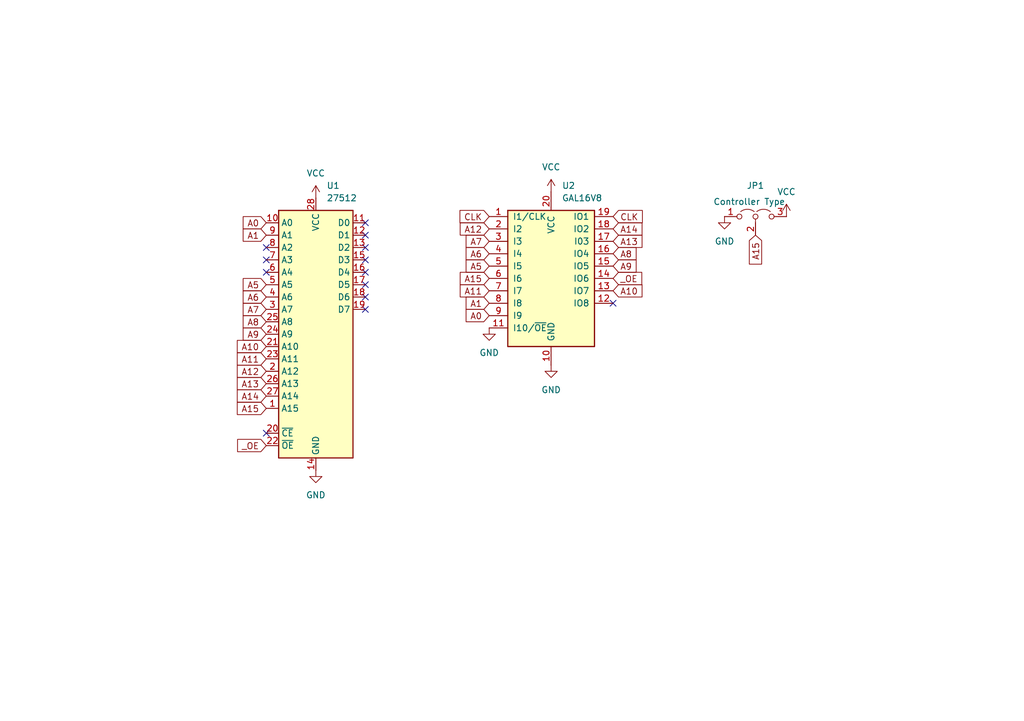
<source format=kicad_sch>
(kicad_sch (version 20231120) (generator "eeschema") (generator_version "8.0")
  (paper "A5")
  (title_block (title "Project Laoshi - 老師") (date "2024-05-19") (rev "3") (comment 1 "Recovering the teachings of an old teacher.") (comment 2 "Please use wisely."))
  (lib_symbols
    (symbol "Jumper:Jumper_3_Open" (pin_names (offset 0) hide) (exclude_from_sim yes) (in_bom no)
      (property "Reference" "JP" (at -2.54 -2.54 0))
      (property "Value" "Jumper_3_Open" (at 0 2.794 0))
      (symbol "Jumper_3_Open_0_0"
        (circle (center -3.302 0) (radius 0.508))
        (circle (center 0 0) (radius 0.508))
        (circle (center 3.302 0) (radius 0.508))
      )
      (symbol "Jumper_3_Open_0_1"
        (arc (start -0.254 1.016) (mid -1.651 1.4992) (end -3.048 1.016))
        (polyline (pts (xy 0 -0.508) (xy 0 -1.27)))
        (arc (start 3.048 1.016) (mid 1.651 1.4992) (end 0.254 1.016))
      )
      (symbol "Jumper_3_Open_1_1"
        (pin passive line (at -6.35 0 0) (length 2.54) (name "A") (number "1"))
        (pin passive line (at 0 -3.81 90) (length 2.54) (name "C") (number "2"))
        (pin passive line (at 6.35 0 180) (length 2.54) (name "B") (number "3"))
      )
    )
    (symbol "Logic_Programmable:GAL16V8" (pin_names (offset 1.016))
      (property "Reference" "U" (at -8.89 16.51 0))
      (property "Value" "GAL16V8" (at 1.27 16.51 0))
      (symbol "GAL16V8_0_0"
        (pin power_in line (at 0 -17.78 90) (length 3.81) (name "GND") (number "10"))
        (pin power_in line (at 0 17.78 270) (length 3.81) (name "VCC") (number "20"))
      )
      (symbol "GAL16V8_0_1"
        (rectangle (start -8.89 13.97) (end 8.89 -13.97) (stroke (width 0.254)) (fill (type background)))
      )
      (symbol "GAL16V8_1_1"
        (pin input line (at -12.7 12.7 0) (length 3.81) (name "I1/CLK") (number "1"))
        (pin input line (at -12.7 -10.16 0) (length 3.81) (name "I10/~{OE}") (number "11"))
        (pin tri_state line (at 12.7 -5.08 180) (length 3.81) (name "IO8") (number "12"))
        (pin tri_state line (at 12.7 -2.54 180) (length 3.81) (name "IO7") (number "13"))
        (pin tri_state line (at 12.7 0 180) (length 3.81) (name "IO6") (number "14"))
        (pin tri_state line (at 12.7 2.54 180) (length 3.81) (name "IO5") (number "15"))
        (pin tri_state line (at 12.7 5.08 180) (length 3.81) (name "IO4") (number "16"))
        (pin tri_state line (at 12.7 7.62 180) (length 3.81) (name "I03") (number "17"))
        (pin tri_state line (at 12.7 10.16 180) (length 3.81) (name "IO2") (number "18"))
        (pin tri_state line (at 12.7 12.7 180) (length 3.81) (name "IO1") (number "19"))
        (pin input line (at -12.7 10.16 0) (length 3.81) (name "I2") (number "2"))
        (pin input line (at -12.7 7.62 0) (length 3.81) (name "I3") (number "3"))
        (pin input line (at -12.7 5.08 0) (length 3.81) (name "I4") (number "4"))
        (pin input line (at -12.7 2.54 0) (length 3.81) (name "I5") (number "5"))
        (pin input line (at -12.7 0 0) (length 3.81) (name "I6") (number "6"))
        (pin input line (at -12.7 -2.54 0) (length 3.81) (name "I7") (number "7"))
        (pin input line (at -12.7 -5.08 0) (length 3.81) (name "I8") (number "8"))
        (pin input line (at -12.7 -7.62 0) (length 3.81) (name "I9") (number "9"))
      )
    )
    (symbol "Memory_EPROM:27512"
      (property "Reference" "U" (at -7.62 26.67 0))
      (property "Value" "27512" (at 2.54 -26.67 0))
      (symbol "27512_1_1"
        (rectangle (start -7.62 25.4) (end 7.62 -25.4) (stroke (width 0.254)) (fill (type background)))
        (pin input line (at -10.16 -15.24 0) (length 2.54) (name "A15") (number "1"))
        (pin input line (at -10.16 22.86 0) (length 2.54) (name "A0") (number "10"))
        (pin tri_state line (at 10.16 22.86 180) (length 2.54) (name "D0") (number "11"))
        (pin tri_state line (at 10.16 20.32 180) (length 2.54) (name "D1") (number "12"))
        (pin tri_state line (at 10.16 17.78 180) (length 2.54) (name "D2") (number "13"))
        (pin power_in line (at 0 -27.94 90) (length 2.54) (name "GND") (number "14"))
        (pin tri_state line (at 10.16 15.24 180) (length 2.54) (name "D3") (number "15"))
        (pin tri_state line (at 10.16 12.7 180) (length 2.54) (name "D4") (number "16"))
        (pin tri_state line (at 10.16 10.16 180) (length 2.54) (name "D5") (number "17"))
        (pin tri_state line (at 10.16 7.62 180) (length 2.54) (name "D6") (number "18"))
        (pin tri_state line (at 10.16 5.08 180) (length 2.54) (name "D7") (number "19"))
        (pin input line (at -10.16 -7.62 0) (length 2.54) (name "A12") (number "2"))
        (pin input line (at -10.16 -20.32 0) (length 2.54) (name "~{CE}") (number "20"))
        (pin input line (at -10.16 -2.54 0) (length 2.54) (name "A10") (number "21"))
        (pin input line (at -10.16 -22.86 0) (length 2.54) (name "~{OE}") (number "22"))
        (pin input line (at -10.16 -5.08 0) (length 2.54) (name "A11") (number "23"))
        (pin input line (at -10.16 0 0) (length 2.54) (name "A9") (number "24"))
        (pin input line (at -10.16 2.54 0) (length 2.54) (name "A8") (number "25"))
        (pin input line (at -10.16 -10.16 0) (length 2.54) (name "A13") (number "26"))
        (pin input line (at -10.16 -12.7 0) (length 2.54) (name "A14") (number "27"))
        (pin power_in line (at 0 27.94 270) (length 2.54) (name "VCC") (number "28"))
        (pin input line (at -10.16 5.08 0) (length 2.54) (name "A7") (number "3"))
        (pin input line (at -10.16 7.62 0) (length 2.54) (name "A6") (number "4"))
        (pin input line (at -10.16 10.16 0) (length 2.54) (name "A5") (number "5"))
        (pin input line (at -10.16 12.7 0) (length 2.54) (name "A4") (number "6"))
        (pin input line (at -10.16 15.24 0) (length 2.54) (name "A3") (number "7"))
        (pin input line (at -10.16 17.78 0) (length 2.54) (name "A2") (number "8"))
        (pin input line (at -10.16 20.32 0) (length 2.54) (name "A1") (number "9"))
      )
    )
    (symbol "power:GND" (power) (pin_numbers hide) (pin_names (offset 0) hide)
      (property "Value" "GND" (at 0 -3.81 0))
      (symbol "GND_0_1"
        (polyline (pts (xy 0 0) (xy 0 -1.27) (xy 1.27 -1.27) (xy 0 -2.54) (xy -1.27 -1.27) (xy 0 -1.27)))
      )
      (symbol "GND_1_1"
        (pin power_in line (at 0 0 270) (length 0) (name "~") (number "1"))
      )
    )
    (symbol "power:VCC" (power) (pin_numbers hide) (pin_names (offset 0) hide)
      (property "Value" "VCC" (at 0 3.556 0))
      (symbol "VCC_0_1"
        (polyline (pts (xy -0.762 1.27) (xy 0 2.54)))
        (polyline (pts (xy 0 0) (xy 0 2.54)))
        (polyline (pts (xy 0 2.54) (xy 0.762 1.27)))
      )
      (symbol "VCC_1_1"
        (pin power_in line (at 0 0 90) (length 0) (name "~") (number "1"))
      )
    )
  )
  (no_connect (at 54.61 88.9))
  (no_connect (at 54.61 55.88))
  (no_connect (at 125.73 62.23))
  (no_connect (at 74.93 60.96))
  (no_connect (at 74.93 45.72))
  (no_connect (at 74.93 48.26))
  (no_connect (at 74.93 53.34))
  (no_connect (at 74.93 50.8))
  (no_connect (at 74.93 63.5))
  (no_connect (at 74.93 55.88))
  (no_connect (at 54.61 53.34))
  (no_connect (at 74.93 58.42))
  (no_connect (at 54.61 50.8))
  (global_label "A8" (shape input) (at 125.73 52.07 0) (property "Intersheetrefs" "${INTERSHEET_REFS}" (effects (hide yes))))
  (global_label "A15" (shape input) (at 154.94 48.26 270) (property "Intersheetrefs" "${INTERSHEET_REFS}" (effects (hide yes))))
  (global_label "A8" (shape input) (at 54.61 66.04 180) (property "Intersheetrefs" "${INTERSHEET_REFS}" (effects (hide yes))))
  (global_label "A11" (shape input) (at 54.61 73.66 180) (property "Intersheetrefs" "${INTERSHEET_REFS}" (effects (hide yes))))
  (global_label "A13" (shape input) (at 125.73 49.53 0) (property "Intersheetrefs" "${INTERSHEET_REFS}" (effects (hide yes))))
  (global_label "A9" (shape input) (at 125.73 54.61 0) (property "Intersheetrefs" "${INTERSHEET_REFS}" (effects (hide yes))))
  (global_label "A0" (shape input) (at 54.61 45.72 180) (property "Intersheetrefs" "${INTERSHEET_REFS}" (effects (hide yes))))
  (global_label "A10" (shape input) (at 54.61 71.12 180) (property "Intersheetrefs" "${INTERSHEET_REFS}" (effects (hide yes))))
  (global_label "A1" (shape input) (at 100.33 62.23 180) (property "Intersheetrefs" "${INTERSHEET_REFS}" (effects (hide yes))))
  (global_label "A6" (shape input) (at 54.61 60.96 180) (property "Intersheetrefs" "${INTERSHEET_REFS}" (effects (hide yes))))
  (global_label "A15" (shape input) (at 100.33 57.15 180) (property "Intersheetrefs" "${INTERSHEET_REFS}" (effects (hide yes))))
  (global_label "A10" (shape input) (at 125.73 59.69 0) (property "Intersheetrefs" "${INTERSHEET_REFS}" (effects (hide yes))))
  (global_label "_OE" (shape input) (at 125.73 57.15 0) (property "Intersheetrefs" "${INTERSHEET_REFS}" (effects (hide yes))))
  (global_label "A14" (shape input) (at 54.61 81.28 180) (property "Intersheetrefs" "${INTERSHEET_REFS}" (effects (hide yes))))
  (global_label "A0" (shape input) (at 100.33 64.77 180) (property "Intersheetrefs" "${INTERSHEET_REFS}" (effects (hide yes))))
  (global_label "A15" (shape input) (at 54.61 83.82 180) (property "Intersheetrefs" "${INTERSHEET_REFS}" (effects (hide yes))))
  (global_label "A6" (shape input) (at 100.33 52.07 180) (property "Intersheetrefs" "${INTERSHEET_REFS}" (effects (hide yes))))
  (global_label "A5" (shape input) (at 100.33 54.61 180) (property "Intersheetrefs" "${INTERSHEET_REFS}" (effects (hide yes))))
  (global_label "A12" (shape input) (at 54.61 76.2 180) (property "Intersheetrefs" "${INTERSHEET_REFS}" (effects (hide yes))))
  (global_label "CLK" (shape input) (at 125.73 44.45 0) (property "Intersheetrefs" "${INTERSHEET_REFS}" (effects (hide yes))))
  (global_label "A7" (shape input) (at 100.33 49.53 180) (property "Intersheetrefs" "${INTERSHEET_REFS}" (effects (hide yes))))
  (global_label "A9" (shape input) (at 54.61 68.58 180) (property "Intersheetrefs" "${INTERSHEET_REFS}" (effects (hide yes))))
  (global_label "A11" (shape input) (at 100.33 59.69 180) (property "Intersheetrefs" "${INTERSHEET_REFS}" (effects (hide yes))))
  (global_label "A13" (shape input) (at 54.61 78.74 180) (property "Intersheetrefs" "${INTERSHEET_REFS}" (effects (hide yes))))
  (global_label "A7" (shape input) (at 54.61 63.5 180) (property "Intersheetrefs" "${INTERSHEET_REFS}" (effects (hide yes))))
  (global_label "_OE" (shape input) (at 54.61 91.44 180) (property "Intersheetrefs" "${INTERSHEET_REFS}" (effects (hide yes))))
  (global_label "CLK" (shape input) (at 100.33 44.45 180) (property "Intersheetrefs" "${INTERSHEET_REFS}" (effects (hide yes))))
  (global_label "A12" (shape input) (at 100.33 46.99 180) (property "Intersheetrefs" "${INTERSHEET_REFS}" (effects (hide yes))))
  (global_label "A1" (shape input) (at 54.61 48.26 180) (property "Intersheetrefs" "${INTERSHEET_REFS}" (effects (hide yes))))
  (global_label "A14" (shape input) (at 125.73 46.99 0) (property "Intersheetrefs" "${INTERSHEET_REFS}" (effects (hide yes))))
  (global_label "A5" (shape input) (at 54.61 58.42 180) (property "Intersheetrefs" "${INTERSHEET_REFS}" (effects (hide yes))))
  (symbol (lib_id "power:VCC") (at 113.03 39.37 0) (unit 1)
    (property "Reference" "#PWR05" (effects (hide yes)))
    (property "Value" "VCC" (at 113.03 34.29 0))
    (property "Description" "Power symbol creates a global label with name \"VCC\"" (effects (hide yes)))
  )
  (symbol (lib_id "power:VCC") (at 64.77 40.64 0) (unit 1)
    (property "Reference" "#PWR04" (effects (hide yes)))
    (property "Value" "VCC" (at 64.77 35.56 0))
    (property "Description" "Power symbol creates a global label with name \"VCC\"" (effects (hide yes)))
  )
  (symbol (lib_id "Jumper:Jumper_3_Open") (at 154.94 44.45 0) (unit 1) (exclude_from_sim yes) (in_bom no)
    (property "Reference" "JP1" (at 154.94 38.1 0))
    (property "Value" "Controller Type" (at 153.67 41.402 0))
    (property "Footprint" "Jumper:SolderJumper-3_P2.0mm_Open_TrianglePad1.0x1.5mm_NumberLabels" (effects (hide yes)))
    (property "Description" "Jumper, 3-pole, both open" (effects (hide yes)))
  )
  (symbol (lib_id "power:GND") (at 100.33 67.31 0) (unit 1)
    (property "Reference" "#PWR03" (effects (hide yes)))
    (property "Value" "GND" (at 100.33 72.39 0))
    (property "Description" "Power symbol creates a global label with name \"GND\" , ground" (effects (hide yes)))
  )
  (symbol (lib_id "Logic_Programmable:GAL16V8") (at 113.03 57.15 0) (unit 1)
    (property "Reference" "U2" (at 115.2241 38.1 0) (effects (justify left)))
    (property "Value" "GAL16V8" (at 115.2241 40.64 0) (effects (justify left)))
    (property "Footprint" "Package_SO:TSSOP-20_4.4x6.5mm_P0.65mm" (effects (hide yes)))
    (property "Description" "Programmable Logic Array, DIP-20/SOIC-20/PLCC-20" (effects (hide yes)))
  )
  (symbol (lib_id "power:GND") (at 148.59 44.45 0) (unit 1)
    (property "Reference" "#PWR07" (effects (hide yes)))
    (property "Value" "GND" (at 148.59 49.53 0))
    (property "Description" "Power symbol creates a global label with name \"GND\" , ground" (effects (hide yes)))
  )
  (symbol (lib_id "power:GND") (at 113.03 74.93 0) (unit 1)
    (property "Reference" "#PWR02" (effects (hide yes)))
    (property "Value" "GND" (at 113.03 80.01 0))
    (property "Description" "Power symbol creates a global label with name \"GND\" , ground" (effects (hide yes)))
  )
  (symbol (lib_id "power:VCC") (at 161.29 44.45 0) (unit 1)
    (property "Reference" "#PWR06" (effects (hide yes)))
    (property "Value" "VCC" (at 161.29 39.37 0))
    (property "Description" "Power symbol creates a global label with name \"VCC\"" (effects (hide yes)))
  )
  (symbol (lib_id "Memory_EPROM:27512") (at 64.77 68.58 0) (unit 1)
    (property "Reference" "U1" (at 66.9641 38.1 0) (effects (justify left)))
    (property "Value" "27512" (at 66.9641 40.64 0) (effects (justify left)))
    (property "Footprint" "laoshi:DIP-28_W15.24mm" (effects (hide yes)))
    (property "Datasheet" "http://pdf.datasheetcatalog.com/datasheets/120/227190_DS.pdf" (effects (hide yes)))
    (property "Description" "UV Erasable EPROM 512 KiBit, [Obsolete 2007-01]" (effects (hide yes)))
  )
  (symbol (lib_id "power:GND") (at 64.77 96.52 0) (unit 1)
    (property "Reference" "#PWR01" (effects (hide yes)))
    (property "Value" "GND" (at 64.77 101.6 0))
    (property "Description" "Power symbol creates a global label with name \"GND\" , ground" (effects (hide yes)))
  )
)
</source>
